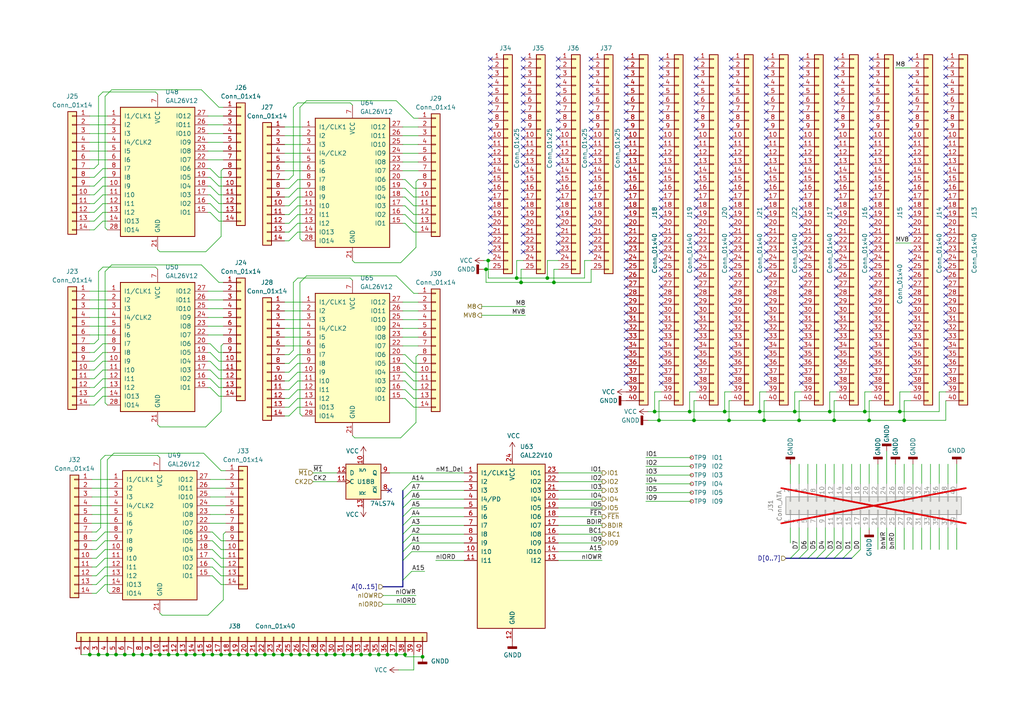
<source format=kicad_sch>
(kicad_sch (version 20230121) (generator eeschema)
  (paper "A4")
  (junction (at 210.185 119.38))
  (junction (at 56.515 189.865))
  (junction (at 26.035 189.865))
  (junction (at 69.215 189.865))
  (junction (at 48.895 189.865))
  (junction (at 53.975 189.865))
  (junction (at 102.235 189.865))
  (junction (at 59.055 189.865))
  (junction (at 211.455 121.92))
  (junction (at 260.985 119.38))
  (junction (at 241.935 121.92))
  (junction (at 191.135 121.92))
  (junction (at 84.455 189.865))
  (junction (at 36.195 189.865))
  (junction (at 86.995 189.865))
  (junction (at 122.555 190.5))
  (junction (at 107.315 189.865))
  (junction (at 104.775 189.865))
  (junction (at 99.695 189.865))
  (junction (at 71.755 189.865))
  (junction (at 262.255 121.92))
  (junction (at 240.665 119.38))
  (junction (at 231.775 121.92))
  (junction (at 149.86 80.645))
  (junction (at 43.815 189.865))
  (junction (at 74.295 189.865))
  (junction (at 220.345 119.38))
  (junction (at 109.855 189.865))
  (junction (at 61.595 189.865))
  (junction (at 252.095 121.92))
  (junction (at 81.915 189.865))
  (junction (at 141.605 75.565))
  (junction (at 250.825 119.38))
  (junction (at 79.375 189.865))
  (junction (at 76.835 189.865))
  (junction (at 94.615 189.865))
  (junction (at 89.535 189.865))
  (junction (at 221.615 121.92))
  (junction (at 64.135 189.865))
  (junction (at 92.075 189.865))
  (junction (at 160.655 81.915))
  (junction (at 158.75 80.645))
  (junction (at 117.475 189.865))
  (junction (at 114.935 189.865))
  (junction (at 33.655 189.865))
  (junction (at 151.13 81.915))
  (junction (at 189.865 119.38))
  (junction (at 230.505 119.38))
  (junction (at 38.735 189.865))
  (junction (at 31.115 189.865))
  (junction (at 41.275 189.865))
  (junction (at 201.295 121.92))
  (junction (at 28.575 189.865))
  (junction (at 51.435 189.865))
  (junction (at 112.395 189.865))
  (junction (at 97.155 189.865))
  (junction (at 46.355 189.865))
  (junction (at 200.025 119.38))
  (junction (at 66.675 189.865))
  (junction (at 140.97 78.105))
  (no_connect (at 242.57 40.005))
  (no_connect (at 264.16 62.865))
  (no_connect (at 242.57 65.405))
  (no_connect (at 212.09 83.185))
  (no_connect (at 212.09 78.105))
  (no_connect (at 252.73 67.945))
  (no_connect (at 171.45 65.405))
  (no_connect (at 222.25 70.485))
  (no_connect (at 201.93 88.265))
  (no_connect (at 264.16 65.405))
  (no_connect (at 264.16 83.185))
  (no_connect (at 181.61 42.545))
  (no_connect (at 181.61 103.505))
  (no_connect (at 171.45 50.165))
  (no_connect (at 232.41 83.185))
  (no_connect (at 274.32 111.125))
  (no_connect (at 191.77 52.705))
  (no_connect (at 222.25 37.465))
  (no_connect (at 201.93 85.725))
  (no_connect (at 232.41 37.465))
  (no_connect (at 142.24 65.405))
  (no_connect (at 201.93 24.765))
  (no_connect (at 274.32 65.405))
  (no_connect (at 252.73 108.585))
  (no_connect (at 274.32 98.425))
  (no_connect (at 242.57 57.785))
  (no_connect (at 264.16 98.425))
  (no_connect (at 212.09 27.305))
  (no_connect (at 212.09 98.425))
  (no_connect (at 201.93 67.945))
  (no_connect (at 161.925 42.545))
  (no_connect (at 264.16 78.105))
  (no_connect (at 274.32 22.225))
  (no_connect (at 232.41 19.685))
  (no_connect (at 191.77 45.085))
  (no_connect (at 222.25 19.685))
  (no_connect (at 191.77 22.225))
  (no_connect (at 191.77 42.545))
  (no_connect (at 142.24 57.785))
  (no_connect (at 252.73 27.305))
  (no_connect (at 232.41 108.585))
  (no_connect (at 242.57 100.965))
  (no_connect (at 242.57 42.545))
  (no_connect (at 232.41 60.325))
  (no_connect (at 142.24 40.005))
  (no_connect (at 232.41 103.505))
  (no_connect (at 232.41 32.385))
  (no_connect (at 232.41 65.405))
  (no_connect (at 212.09 22.225))
  (no_connect (at 264.16 85.725))
  (no_connect (at 161.925 50.165))
  (no_connect (at 191.77 111.125))
  (no_connect (at 242.57 27.305))
  (no_connect (at 191.77 75.565))
  (no_connect (at 264.16 80.645))
  (no_connect (at 252.73 19.685))
  (no_connect (at 264.16 52.705))
  (no_connect (at 181.61 65.405))
  (no_connect (at 191.77 70.485))
  (no_connect (at 201.93 106.045))
  (no_connect (at 201.93 27.305))
  (no_connect (at 222.25 65.405))
  (no_connect (at 222.25 85.725))
  (no_connect (at 232.41 52.705))
  (no_connect (at 181.61 62.865))
  (no_connect (at 151.765 42.545))
  (no_connect (at 171.45 47.625))
  (no_connect (at 171.45 17.145))
  (no_connect (at 252.73 83.185))
  (no_connect (at 274.32 17.145))
  (no_connect (at 252.73 29.845))
  (no_connect (at 142.24 50.165))
  (no_connect (at 274.32 100.965))
  (no_connect (at 242.57 47.625))
  (no_connect (at 142.24 60.325))
  (no_connect (at 151.765 70.485))
  (no_connect (at 212.09 34.925))
  (no_connect (at 191.77 73.025))
  (no_connect (at 161.925 60.325))
  (no_connect (at 201.93 103.505))
  (no_connect (at 222.25 108.585))
  (no_connect (at 212.09 95.885))
  (no_connect (at 151.765 55.245))
  (no_connect (at 161.925 17.145))
  (no_connect (at 252.73 40.005))
  (no_connect (at 212.09 106.045))
  (no_connect (at 222.25 60.325))
  (no_connect (at 212.09 60.325))
  (no_connect (at 161.925 19.685))
  (no_connect (at 232.41 42.545))
  (no_connect (at 264.16 75.565))
  (no_connect (at 142.24 32.385))
  (no_connect (at 252.73 55.245))
  (no_connect (at 201.93 29.845))
  (no_connect (at 264.16 17.145))
  (no_connect (at 201.93 83.185))
  (no_connect (at 212.09 24.765))
  (no_connect (at 232.41 27.305))
  (no_connect (at 142.24 42.545))
  (no_connect (at 151.765 22.225))
  (no_connect (at 232.41 93.345))
  (no_connect (at 201.93 111.125))
  (no_connect (at 274.32 55.245))
  (no_connect (at 201.93 95.885))
  (no_connect (at 232.41 55.245))
  (no_connect (at 264.16 24.765))
  (no_connect (at 181.61 50.165))
  (no_connect (at 212.09 103.505))
  (no_connect (at 151.765 57.785))
  (no_connect (at 232.41 67.945))
  (no_connect (at 181.61 32.385))
  (no_connect (at 212.09 75.565))
  (no_connect (at 212.09 17.145))
  (no_connect (at 242.57 88.265))
  (no_connect (at 264.16 37.465))
  (no_connect (at 212.09 111.125))
  (no_connect (at 264.16 111.125))
  (no_connect (at 171.45 22.225))
  (no_connect (at 252.73 95.885))
  (no_connect (at 252.73 98.425))
  (no_connect (at 142.24 62.865))
  (no_connect (at 212.09 42.545))
  (no_connect (at 171.45 62.865))
  (no_connect (at 171.45 32.385))
  (no_connect (at 274.32 50.165))
  (no_connect (at 191.77 40.005))
  (no_connect (at 181.61 27.305))
  (no_connect (at 274.32 90.805))
  (no_connect (at 191.77 108.585))
  (no_connect (at 151.765 52.705))
  (no_connect (at 181.61 98.425))
  (no_connect (at 274.32 40.005))
  (no_connect (at 181.61 37.465))
  (no_connect (at 264.16 67.945))
  (no_connect (at 274.32 37.465))
  (no_connect (at 274.32 29.845))
  (no_connect (at 212.09 37.465))
  (no_connect (at 242.57 98.425))
  (no_connect (at 151.765 60.325))
  (no_connect (at 142.24 22.225))
  (no_connect (at 201.93 52.705))
  (no_connect (at 142.24 52.705))
  (no_connect (at 232.41 106.045))
  (no_connect (at 171.45 34.925))
  (no_connect (at 242.57 34.925))
  (no_connect (at 191.77 50.165))
  (no_connect (at 171.45 37.465))
  (no_connect (at 191.77 24.765))
  (no_connect (at 201.93 34.925))
  (no_connect (at 274.32 70.485))
  (no_connect (at 212.09 19.685))
  (no_connect (at 232.41 45.085))
  (no_connect (at 171.45 70.485))
  (no_connect (at 264.16 93.345))
  (no_connect (at 181.61 60.325))
  (no_connect (at 252.73 37.465))
  (no_connect (at 191.77 27.305))
  (no_connect (at 161.925 62.865))
  (no_connect (at 264.16 60.325))
  (no_connect (at 264.16 95.885))
  (no_connect (at 161.925 73.025))
  (no_connect (at 201.93 17.145))
  (no_connect (at 212.09 55.245))
  (no_connect (at 201.93 45.085))
  (no_connect (at 222.25 100.965))
  (no_connect (at 181.61 106.045))
  (no_connect (at 242.57 17.145))
  (no_connect (at 201.93 22.225))
  (no_connect (at 212.09 50.165))
  (no_connect (at 191.77 47.625))
  (no_connect (at 181.61 73.025))
  (no_connect (at 161.925 22.225))
  (no_connect (at 222.25 32.385))
  (no_connect (at 242.57 50.165))
  (no_connect (at 171.45 60.325))
  (no_connect (at 142.24 24.765))
  (no_connect (at 222.25 83.185))
  (no_connect (at 181.61 19.685))
  (no_connect (at 151.765 37.465))
  (no_connect (at 201.93 37.465))
  (no_connect (at 212.09 93.345))
  (no_connect (at 212.09 90.805))
  (no_connect (at 274.32 78.105))
  (no_connect (at 212.09 80.645))
  (no_connect (at 242.57 93.345))
  (no_connect (at 181.61 88.265))
  (no_connect (at 171.45 24.765))
  (no_connect (at 201.93 98.425))
  (no_connect (at 191.77 93.345))
  (no_connect (at 171.45 67.945))
  (no_connect (at 181.61 111.125))
  (no_connect (at 161.925 27.305))
  (no_connect (at 161.925 29.845))
  (no_connect (at 232.41 62.865))
  (no_connect (at 201.93 32.385))
  (no_connect (at 274.32 106.045))
  (no_connect (at 232.41 57.785))
  (no_connect (at 274.32 103.505))
  (no_connect (at 264.16 47.625))
  (no_connect (at 242.57 111.125))
  (no_connect (at 222.25 106.045))
  (no_connect (at 242.57 67.945))
  (no_connect (at 242.57 29.845))
  (no_connect (at 264.16 88.265))
  (no_connect (at 222.25 73.025))
  (no_connect (at 201.93 19.685))
  (no_connect (at 242.57 37.465))
  (no_connect (at 222.25 93.345))
  (no_connect (at 201.93 75.565))
  (no_connect (at 232.41 73.025))
  (no_connect (at 264.16 90.805))
  (no_connect (at 191.77 57.785))
  (no_connect (at 212.09 32.385))
  (no_connect (at 212.09 67.945))
  (no_connect (at 242.57 75.565))
  (no_connect (at 264.16 32.385))
  (no_connect (at 242.57 32.385))
  (no_connect (at 212.09 108.585))
  (no_connect (at 222.25 45.085))
  (no_connect (at 181.61 45.085))
  (no_connect (at 232.41 50.165))
  (no_connect (at 212.09 57.785))
  (no_connect (at 274.32 88.265))
  (no_connect (at 151.765 34.925))
  (no_connect (at 274.32 24.765))
  (no_connect (at 274.32 73.025))
  (no_connect (at 222.25 111.125))
  (no_connect (at 264.16 45.085))
  (no_connect (at 142.24 67.945))
  (no_connect (at 142.24 45.085))
  (no_connect (at 274.32 93.345))
  (no_connect (at 242.57 52.705))
  (no_connect (at 274.32 45.085))
  (no_connect (at 242.57 83.185))
  (no_connect (at 201.93 70.485))
  (no_connect (at 201.93 93.345))
  (no_connect (at 201.93 47.625))
  (no_connect (at 171.45 40.005))
  (no_connect (at 222.25 47.625))
  (no_connect (at 252.73 52.705))
  (no_connect (at 242.57 103.505))
  (no_connect (at 161.925 52.705))
  (no_connect (at 191.77 95.885))
  (no_connect (at 222.25 22.225))
  (no_connect (at 191.77 90.805))
  (no_connect (at 151.765 45.085))
  (no_connect (at 201.93 42.545))
  (no_connect (at 274.32 95.885))
  (no_connect (at 181.61 17.145))
  (no_connect (at 242.57 95.885))
  (no_connect (at 252.73 88.265))
  (no_connect (at 181.61 80.645))
  (no_connect (at 161.925 34.925))
  (no_connect (at 222.25 40.005))
  (no_connect (at 142.24 27.305))
  (no_connect (at 252.73 32.385))
  (no_connect (at 222.25 55.245))
  (no_connect (at 252.73 42.545))
  (no_connect (at 181.61 29.845))
  (no_connect (at 222.25 67.945))
  (no_connect (at 151.765 17.145))
  (no_connect (at 252.73 62.865))
  (no_connect (at 274.32 80.645))
  (no_connect (at 151.765 47.625))
  (no_connect (at 181.61 57.785))
  (no_connect (at 222.25 29.845))
  (no_connect (at 191.77 55.245))
  (no_connect (at 222.25 62.865))
  (no_connect (at 191.77 88.265))
  (no_connect (at 212.09 29.845))
  (no_connect (at 201.93 62.865))
  (no_connect (at 252.73 85.725))
  (no_connect (at 242.57 108.585))
  (no_connect (at 181.61 47.625))
  (no_connect (at 142.24 37.465))
  (no_connect (at 191.77 37.465))
  (no_connect (at 191.77 19.685))
  (no_connect (at 151.765 50.165))
  (no_connect (at 222.25 42.545))
  (no_connect (at 181.61 100.965))
  (no_connect (at 191.77 83.185))
  (no_connect (at 274.32 108.585))
  (no_connect (at 201.93 80.645))
  (no_connect (at 252.73 60.325))
  (no_connect (at 171.45 29.845))
  (no_connect (at 191.77 103.505))
  (no_connect (at 232.41 29.845))
  (no_connect (at 274.32 32.385))
  (no_connect (at 181.61 75.565))
  (no_connect (at 252.73 80.645))
  (no_connect (at 264.16 100.965))
  (no_connect (at 264.16 50.165))
  (no_connect (at 191.77 80.645))
  (no_connect (at 274.32 34.925))
  (no_connect (at 191.77 98.425))
  (no_connect (at 242.57 55.245))
  (no_connect (at 242.57 22.225))
  (no_connect (at 222.25 88.265))
  (no_connect (at 191.77 65.405))
  (no_connect (at 252.73 75.565))
  (no_connect (at 242.57 106.045))
  (no_connect (at 201.93 100.965))
  (no_connect (at 274.32 83.185))
  (no_connect (at 151.765 65.405))
  (no_connect (at 181.61 85.725))
  (no_connect (at 181.61 93.345))
  (no_connect (at 181.61 55.245))
  (no_connect (at 242.57 78.105))
  (no_connect (at 252.73 22.225))
  (no_connect (at 232.41 17.145))
  (no_connect (at 191.77 67.945))
  (no_connect (at 242.57 24.765))
  (no_connect (at 161.925 65.405))
  (no_connect (at 252.73 70.485))
  (no_connect (at 252.73 73.025))
  (no_connect (at 232.41 34.925))
  (no_connect (at 222.25 57.785))
  (no_connect (at 181.61 95.885))
  (no_connect (at 212.09 45.085))
  (no_connect (at 274.32 67.945))
  (no_connect (at 232.41 75.565))
  (no_connect (at 191.77 106.045))
  (no_connect (at 212.09 100.965))
  (no_connect (at 181.61 83.185))
  (no_connect (at 151.765 67.945))
  (no_connect (at 201.93 73.025))
  (no_connect (at 181.61 22.225))
  (no_connect (at 252.73 106.045))
  (no_connect (at 181.61 24.765))
  (no_connect (at 232.41 95.885))
  (no_connect (at 201.93 55.245))
  (no_connect (at 222.25 98.425))
  (no_connect (at 274.32 85.725))
  (no_connect (at 161.925 70.485))
  (no_connect (at 151.765 62.865))
  (no_connect (at 161.925 37.465))
  (no_connect (at 151.765 29.845))
  (no_connect (at 161.925 67.945))
  (no_connect (at 212.09 85.725))
  (no_connect (at 142.24 34.925))
  (no_connect (at 232.41 47.625))
  (no_connect (at 142.24 19.685))
  (no_connect (at 232.41 100.965))
  (no_connect (at 232.41 85.725))
  (no_connect (at 201.93 108.585))
  (no_connect (at 151.765 19.685))
  (no_connect (at 161.925 55.245))
  (no_connect (at 252.73 24.765))
  (no_connect (at 222.25 95.885))
  (no_connect (at 222.25 75.565))
  (no_connect (at 222.25 90.805))
  (no_connect (at 142.24 17.145))
  (no_connect (at 191.77 29.845))
  (no_connect (at 171.45 42.545))
  (no_connect (at 264.16 108.585))
  (no_connect (at 242.57 85.725))
  (no_connect (at 232.41 22.225))
  (no_connect (at 212.09 40.005))
  (no_connect (at 191.77 17.145))
  (no_connect (at 212.09 65.405))
  (no_connect (at 171.45 19.685))
  (no_connect (at 161.925 57.785))
  (no_connect (at 142.24 29.845))
  (no_connect (at 242.57 19.685))
  (no_connect (at 191.77 78.105))
  (no_connect (at 181.61 90.805))
  (no_connect (at 212.09 88.265))
  (no_connect (at 161.925 32.385))
  (no_connect (at 181.61 52.705))
  (no_connect (at 232.41 111.125))
  (no_connect (at 242.57 73.025))
  (no_connect (at 171.45 27.305))
  (no_connect (at 181.61 67.945))
  (no_connect (at 274.32 75.565))
  (no_connect (at 171.45 45.085))
  (no_connect (at 222.25 80.645))
  (no_connect (at 252.73 90.805))
  (no_connect (at 274.32 62.865))
  (no_connect (at 264.16 40.005))
  (no_connect (at 181.61 34.925))
  (no_connect (at 242.57 90.805))
  (no_connect (at 242.57 62.865))
  (no_connect (at 252.73 100.965))
  (no_connect (at 264.16 73.025))
  (no_connect (at 142.24 55.245))
  (no_connect (at 252.73 34.925))
  (no_connect (at 242.57 45.085))
  (no_connect (at 232.41 98.425))
  (no_connect (at 274.32 47.625))
  (no_connect (at 191.77 60.325))
  (no_connect (at 212.09 47.625))
  (no_connect (at 264.16 29.845))
  (no_connect (at 142.24 73.025))
  (no_connect (at 274.32 27.305))
  (no_connect (at 191.77 62.865))
  (no_connect (at 252.73 57.785))
  (no_connect (at 252.73 47.625))
  (no_connect (at 201.93 90.805))
  (no_connect (at 201.93 78.105))
  (no_connect (at 161.925 45.085))
  (no_connect (at 212.09 73.025))
  (no_connect (at 201.93 65.405))
  (no_connect (at 151.765 27.305))
  (no_connect (at 212.09 52.705))
  (no_connect (at 252.73 111.125))
  (no_connect (at 161.925 24.765))
  (no_connect (at 142.24 70.485))
  (no_connect (at 264.16 103.505))
  (no_connect (at 161.925 40.005))
  (no_connect (at 264.16 106.045))
  (no_connect (at 274.32 57.785))
  (no_connect (at 142.24 47.625))
  (no_connect (at 222.25 52.705))
  (no_connect (at 201.93 40.005))
  (no_connect (at 181.61 78.105))
  (no_connect (at 264.16 34.925))
  (no_connect (at 232.41 70.485))
  (no_connect (at 181.61 108.585))
  (no_connect (at 222.25 34.925))
  (no_connect (at 191.77 85.725))
  (no_connect (at 171.45 55.245))
  (no_connect (at 151.765 40.005))
  (no_connect (at 212.09 62.865))
  (no_connect (at 274.32 19.685))
  (no_connect (at 222.25 24.765))
  (no_connect (at 242.57 60.325))
  (no_connect (at 212.09 70.485))
  (no_connect (at 201.93 50.165))
  (no_connect (at 274.32 42.545))
  (no_connect (at 274.32 60.325))
  (no_connect (at 264.16 55.245))
  (no_connect (at 252.73 50.165))
  (no_connect (at 191.77 32.385))
  (no_connect (at 151.765 32.385))
  (no_connect (at 252.73 93.345))
  (no_connect (at 151.765 24.765))
  (no_connect (at 242.57 80.645))
  (no_connect (at 181.61 70.485))
  (no_connect (at 222.25 78.105))
  (no_connect (at 232.41 88.265))
  (no_connect (at 171.45 52.705))
  (no_connect (at 232.41 40.005))
  (no_connect (at 191.77 100.965))
  (no_connect (at 113.03 142.24))
  (no_connect (at 201.93 60.325))
  (no_connect (at 171.45 73.025))
  (no_connect (at 222.25 50.165))
  (no_connect (at 252.73 78.105))
  (no_connect (at 151.765 73.025))
  (no_connect (at 252.73 103.505))
  (no_connect (at 264.16 57.785))
  (no_connect (at 232.41 90.805))
  (no_connect (at 161.925 47.625))
  (no_connect (at 191.77 34.925))
  (no_connect (at 232.41 80.645))
  (no_connect (at 232.41 78.105))
  (no_connect (at 264.16 42.545))
  (no_connect (at 171.45 57.785))
  (no_connect (at 274.32 52.705))
  (no_connect (at 181.61 40.005))
  (no_connect (at 252.73 17.145))
  (no_connect (at 264.16 22.225))
  (no_connect (at 252.73 65.405))
  (no_connect (at 264.16 27.305))
  (no_connect (at 201.93 57.785))
  (no_connect (at 252.73 45.085))
  (no_connect (at 222.25 17.145))
  (no_connect (at 222.25 27.305))
  (no_connect (at 222.25 103.505))
  (no_connect (at 232.41 24.765))
  (no_connect (at 242.57 70.485))
  (bus_entry (at 241.935 161.925) (size 2.54 -2.54))
  (bus_entry (at 119.38 157.48) (size -2.54 2.54))
  (bus_entry (at 119.38 139.7) (size -2.54 2.54))
  (bus_entry (at 119.38 154.94) (size -2.54 2.54))
  (bus_entry (at 119.38 160.02) (size -2.54 2.54))
  (bus_entry (at 119.38 165.735) (size -2.54 2.54))
  (bus_entry (at 229.235 161.925) (size 2.54 -2.54))
  (bus_entry (at 119.38 144.78) (size -2.54 2.54))
  (bus_entry (at 236.855 161.925) (size 2.54 -2.54))
  (bus_entry (at 247.015 161.925) (size 2.54 -2.54))
  (bus_entry (at 119.38 149.86) (size -2.54 2.54))
  (bus_entry (at 119.38 152.4) (size -2.54 2.54))
  (bus_entry (at 234.315 161.925) (size 2.54 -2.54))
  (bus_entry (at 119.38 147.32) (size -2.54 2.54))
  (bus_entry (at 119.38 142.24) (size -2.54 2.54))
  (bus_entry (at 239.395 161.925) (size 2.54 -2.54))
  (bus_entry (at 231.775 161.925) (size 2.54 -2.54))
  (bus_entry (at 244.475 161.925) (size 2.54 -2.54))
  (wire (pts (xy 45.085 77.47) (xy 45.72 78.105)))
  (wire (pts (xy 29.845 112.395) (xy 31.115 112.395)))
  (wire (pts (xy 26.035 64.135) (xy 27.305 64.135)))
  (wire (pts (xy 31.115 133.35) (xy 33.02 131.445)))
  (wire (pts (xy 82.55 118.11) (xy 83.82 118.11)))
  (wire (pts (xy 83.82 115.57) (xy 86.36 113.03)))
  (wire (pts (xy 26.035 89.535) (xy 31.115 89.535)))
  (wire (pts (xy 26.035 92.075) (xy 31.115 92.075)))
  (wire (pts (xy 82.55 115.57) (xy 83.82 115.57)))
  (wire (pts (xy 82.55 67.31) (xy 83.82 67.31)))
  (wire (pts (xy 27.305 53.975) (xy 29.845 51.435)))
  (wire (pts (xy 232.41 116.205) (xy 231.775 116.205)))
  (wire (pts (xy 114.935 189.865) (xy 117.475 189.865)))
  (wire (pts (xy 272.415 140.335) (xy 272.415 134.62)))
  (wire (pts (xy 141.605 75.565) (xy 141.605 80.645)))
  (wire (pts (xy 161.925 162.56) (xy 174.625 162.56)))
  (wire (pts (xy 64.135 159.385) (xy 65.405 159.385)))
  (wire (pts (xy 231.775 116.205) (xy 231.775 121.92)))
  (wire (pts (xy 241.935 116.205) (xy 241.935 121.92)))
  (wire (pts (xy 244.475 159.385) (xy 244.475 153.035)))
  (wire (pts (xy 120.015 34.29) (xy 121.285 34.29)))
  (wire (pts (xy 115.57 194.31) (xy 120.015 194.31)))
  (wire (pts (xy 63.5 112.395) (xy 64.77 112.395)))
  (wire (pts (xy 120.015 59.69) (xy 117.475 57.15)))
  (wire (pts (xy 27.94 161.925) (xy 30.48 159.385)))
  (wire (pts (xy 262.255 159.385) (xy 262.255 153.035)))
  (wire (pts (xy 26.67 149.225) (xy 31.75 149.225)))
  (wire (pts (xy 26.67 139.065) (xy 31.75 139.065)))
  (wire (pts (xy 82.55 100.33) (xy 87.63 100.33)))
  (wire (pts (xy 26.035 102.235) (xy 27.305 102.235)))
  (wire (pts (xy 211.455 121.92) (xy 201.295 121.92)))
  (wire (pts (xy 86.36 80.645) (xy 101.6 80.645)))
  (wire (pts (xy 82.55 69.85) (xy 83.82 69.85)))
  (wire (pts (xy 26.035 109.855) (xy 27.305 109.855)))
  (wire (pts (xy 200.025 119.38) (xy 210.185 119.38)))
  (wire (pts (xy 230.505 113.665) (xy 230.505 119.38)))
  (wire (pts (xy 31.75 172.085) (xy 31.115 171.45)))
  (wire (pts (xy 82.55 54.61) (xy 83.82 54.61)))
  (wire (pts (xy 29.845 48.895) (xy 31.115 48.895)))
  (wire (pts (xy 274.32 116.205) (xy 274.32 121.92)))
  (wire (pts (xy 82.55 57.15) (xy 83.82 57.15)))
  (wire (pts (xy 161.925 154.94) (xy 174.625 154.94)))
  (wire (pts (xy 45.085 26.67) (xy 45.72 27.305)))
  (wire (pts (xy 63.5 61.595) (xy 60.96 59.055)))
  (wire (pts (xy 161.925 75.565) (xy 158.75 75.565)))
  (wire (pts (xy 86.36 102.87) (xy 87.63 102.87)))
  (wire (pts (xy 64.77 154.94) (xy 64.77 173.99)))
  (wire (pts (xy 26.67 141.605) (xy 31.75 141.605)))
  (wire (pts (xy 27.305 99.695) (xy 28.575 98.425)))
  (wire (pts (xy 120.015 57.15) (xy 117.475 54.61)))
  (wire (pts (xy 30.48 78.74) (xy 32.385 76.835)))
  (wire (pts (xy 212.09 113.665) (xy 210.185 113.665)))
  (wire (pts (xy 169.545 75.565) (xy 171.45 75.565)))
  (wire (pts (xy 120.015 118.11) (xy 121.285 118.11)))
  (wire (pts (xy 26.67 159.385) (xy 27.94 159.385)))
  (wire (pts (xy 267.335 140.335) (xy 267.335 134.62)))
  (wire (pts (xy 60.325 109.855) (xy 60.96 109.855)))
  (wire (pts (xy 259.715 70.485) (xy 264.16 70.485)))
  (wire (pts (xy 30.48 66.04) (xy 30.48 27.94)))
  (wire (pts (xy 120.015 118.11) (xy 117.475 115.57)))
  (bus (pts (xy 116.84 147.32) (xy 116.84 149.86)))
  (wire (pts (xy 120.015 105.41) (xy 117.475 102.87)))
  (wire (pts (xy 82.55 120.65) (xy 83.82 120.65)))
  (wire (pts (xy 64.135 136.525) (xy 65.405 136.525)))
  (wire (pts (xy 60.325 92.075) (xy 64.77 92.075)))
  (wire (pts (xy 116.205 76.2) (xy 120.65 71.755)))
  (wire (pts (xy 269.875 140.335) (xy 269.875 134.62)))
  (wire (pts (xy 104.775 189.865) (xy 107.315 189.865)))
  (wire (pts (xy 26.035 99.695) (xy 27.305 99.695)))
  (wire (pts (xy 60.325 36.195) (xy 64.77 36.195)))
  (wire (pts (xy 29.845 26.67) (xy 45.085 26.67)))
  (wire (pts (xy 86.36 67.31) (xy 87.63 67.31)))
  (wire (pts (xy 63.5 104.775) (xy 64.77 104.775)))
  (wire (pts (xy 26.67 151.765) (xy 31.75 151.765)))
  (bus (pts (xy 116.84 168.275) (xy 116.84 170.18)))
  (wire (pts (xy 30.48 116.84) (xy 30.48 78.74)))
  (wire (pts (xy 191.77 113.665) (xy 189.865 113.665)))
  (wire (pts (xy 56.515 189.865) (xy 59.055 189.865)))
  (wire (pts (xy 63.5 112.395) (xy 60.96 109.855)))
  (wire (pts (xy 187.325 135.255) (xy 200.66 135.255)))
  (wire (pts (xy 26.67 172.085) (xy 27.94 172.085)))
  (wire (pts (xy 29.845 51.435) (xy 31.115 51.435)))
  (wire (pts (xy 264.16 113.665) (xy 260.985 113.665)))
  (wire (pts (xy 161.925 147.32) (xy 174.625 147.32)))
  (wire (pts (xy 43.815 189.865) (xy 46.355 189.865)))
  (wire (pts (xy 30.48 159.385) (xy 31.75 159.385)))
  (wire (pts (xy 83.82 52.07) (xy 85.09 50.8)))
  (wire (pts (xy 139.7 88.9) (xy 152.4 88.9)))
  (wire (pts (xy 254.635 159.385) (xy 254.635 153.035)))
  (wire (pts (xy 116.84 49.53) (xy 121.285 49.53)))
  (wire (pts (xy 252.095 153.67) (xy 252.095 153.035)))
  (wire (pts (xy 86.36 64.77) (xy 87.63 64.77)))
  (wire (pts (xy 60.325 48.895) (xy 60.96 48.895)))
  (wire (pts (xy 82.55 87.63) (xy 87.63 87.63)))
  (wire (pts (xy 272.415 159.385) (xy 272.415 153.035)))
  (wire (pts (xy 141.605 75.565) (xy 142.24 75.565)))
  (wire (pts (xy 26.67 161.925) (xy 27.94 161.925)))
  (wire (pts (xy 254.635 140.335) (xy 254.635 134.62)))
  (wire (pts (xy 120.015 110.49) (xy 117.475 107.95)))
  (wire (pts (xy 64.135 100.33) (xy 64.135 119.38)))
  (wire (pts (xy 112.395 189.865) (xy 114.935 189.865)))
  (wire (pts (xy 63.5 102.235) (xy 60.96 99.695)))
  (wire (pts (xy 82.55 59.69) (xy 83.82 59.69)))
  (wire (pts (xy 69.215 189.865) (xy 71.755 189.865)))
  (wire (pts (xy 27.94 164.465) (xy 30.48 161.925)))
  (wire (pts (xy 33.02 131.445) (xy 59.055 131.445)))
  (wire (pts (xy 86.36 118.11) (xy 87.63 118.11)))
  (wire (pts (xy 116.84 64.77) (xy 117.475 64.77)))
  (wire (pts (xy 116.84 46.99) (xy 121.285 46.99)))
  (wire (pts (xy 161.925 152.4) (xy 174.625 152.4)))
  (wire (pts (xy 111.125 175.26) (xy 120.65 175.26)))
  (wire (pts (xy 151.13 81.915) (xy 140.97 81.915)))
  (wire (pts (xy 222.25 116.205) (xy 221.615 116.205)))
  (wire (pts (xy 31.115 117.475) (xy 30.48 116.84)))
  (wire (pts (xy 26.67 144.145) (xy 31.75 144.145)))
  (wire (pts (xy 60.96 164.465) (xy 61.595 164.465)))
  (wire (pts (xy 26.035 94.615) (xy 31.115 94.615)))
  (wire (pts (xy 116.84 36.83) (xy 121.285 36.83)))
  (wire (pts (xy 64.135 161.925) (xy 65.405 161.925)))
  (wire (pts (xy 63.5 107.315) (xy 64.77 107.315)))
  (wire (pts (xy 161.925 142.24) (xy 174.625 142.24)))
  (wire (pts (xy 169.545 80.645) (xy 169.545 75.565)))
  (wire (pts (xy 187.325 142.875) (xy 200.66 142.875)))
  (wire (pts (xy 274.955 159.385) (xy 274.955 153.035)))
  (wire (pts (xy 29.845 56.515) (xy 31.115 56.515)))
  (wire (pts (xy 63.5 114.935) (xy 64.77 114.935)))
  (wire (pts (xy 59.69 73.025) (xy 64.135 68.58)))
  (wire (pts (xy 60.96 151.765) (xy 65.405 151.765)))
  (wire (pts (xy 249.555 140.335) (xy 249.555 134.62)))
  (wire (pts (xy 23.495 189.865) (xy 26.035 189.865)))
  (wire (pts (xy 201.93 113.665) (xy 200.025 113.665)))
  (wire (pts (xy 63.5 64.135) (xy 60.96 61.595)))
  (wire (pts (xy 26.67 154.305) (xy 27.94 154.305)))
  (wire (pts (xy 26.035 43.815) (xy 31.115 43.815)))
  (wire (pts (xy 140.97 78.105) (xy 142.24 78.105)))
  (bus (pts (xy 111.125 170.18) (xy 116.84 170.18)))
  (wire (pts (xy 119.38 152.4) (xy 134.62 152.4)))
  (wire (pts (xy 26.035 189.865) (xy 28.575 189.865)))
  (wire (pts (xy 60.96 156.845) (xy 61.595 156.845)))
  (wire (pts (xy 26.035 59.055) (xy 27.305 59.055)))
  (wire (pts (xy 242.57 113.665) (xy 240.665 113.665)))
  (wire (pts (xy 120.015 62.23) (xy 117.475 59.69)))
  (wire (pts (xy 31.115 66.675) (xy 30.48 66.04)))
  (wire (pts (xy 120.015 62.23) (xy 121.285 62.23)))
  (wire (pts (xy 83.82 120.65) (xy 86.36 118.11)))
  (wire (pts (xy 277.495 159.385) (xy 277.495 153.035)))
  (wire (pts (xy 116.84 44.45) (xy 121.285 44.45)))
  (wire (pts (xy 64.135 49.53) (xy 64.135 68.58)))
  (wire (pts (xy 82.55 92.71) (xy 87.63 92.71)))
  (wire (pts (xy 86.36 52.07) (xy 87.63 52.07)))
  (wire (pts (xy 241.935 140.335) (xy 241.935 134.62)))
  (wire (pts (xy 76.835 189.865) (xy 79.375 189.865)))
  (wire (pts (xy 82.55 107.95) (xy 83.82 107.95)))
  (wire (pts (xy 60.325 112.395) (xy 60.96 112.395)))
  (wire (pts (xy 252.095 116.205) (xy 252.095 121.92)))
  (wire (pts (xy 29.845 114.935) (xy 31.115 114.935)))
  (wire (pts (xy 120.015 67.31) (xy 117.475 64.77)))
  (wire (pts (xy 64.135 164.465) (xy 61.595 161.925)))
  (wire (pts (xy 63.5 81.915) (xy 64.77 81.915)))
  (wire (pts (xy 27.305 107.315) (xy 29.845 104.775)))
  (wire (pts (xy 187.325 140.335) (xy 200.66 140.335)))
  (wire (pts (xy 29.845 104.775) (xy 31.115 104.775)))
  (wire (pts (xy 63.5 59.055) (xy 60.96 56.515)))
  (wire (pts (xy 120.015 85.09) (xy 121.285 85.09)))
  (wire (pts (xy 120.65 52.705) (xy 120.65 71.755)))
  (wire (pts (xy 120.015 85.09) (xy 114.935 80.01)))
  (wire (pts (xy 231.775 140.335) (xy 231.775 134.62)))
  (wire (pts (xy 82.55 97.79) (xy 87.63 97.79)))
  (wire (pts (xy 63.5 31.115) (xy 64.77 31.115)))
  (wire (pts (xy 86.995 31.115) (xy 88.9 29.21)))
  (wire (pts (xy 257.175 159.385) (xy 257.175 153.035)))
  (wire (pts (xy 242.57 116.205) (xy 241.935 116.205)))
  (wire (pts (xy 60.96 161.925) (xy 61.595 161.925)))
  (bus (pts (xy 116.84 154.94) (xy 116.84 157.48)))
  (wire (pts (xy 86.995 120.015) (xy 86.995 81.915)))
  (wire (pts (xy 201.295 116.205) (xy 201.295 121.92)))
  (wire (pts (xy 277.495 140.335) (xy 277.495 134.62)))
  (wire (pts (xy 264.795 140.335) (xy 264.795 134.62)))
  (wire (pts (xy 86.995 189.865) (xy 89.535 189.865)))
  (wire (pts (xy 26.035 84.455) (xy 31.115 84.455)))
  (wire (pts (xy 29.21 153.035) (xy 29.21 133.35)))
  (wire (pts (xy 86.36 115.57) (xy 87.63 115.57)))
  (wire (pts (xy 64.77 154.94) (xy 65.405 154.305)))
  (wire (pts (xy 116.84 110.49) (xy 117.475 110.49)))
  (wire (pts (xy 116.84 54.61) (xy 117.475 54.61)))
  (wire (pts (xy 63.5 104.775) (xy 60.96 102.235)))
  (wire (pts (xy 60.96 154.305) (xy 61.595 154.305)))
  (wire (pts (xy 221.615 121.92) (xy 211.455 121.92)))
  (wire (pts (xy 26.035 53.975) (xy 27.305 53.975)))
  (wire (pts (xy 64.135 167.005) (xy 65.405 167.005)))
  (wire (pts (xy 26.035 104.775) (xy 27.305 104.775)))
  (wire (pts (xy 236.855 140.335) (xy 236.855 134.62)))
  (wire (pts (xy 120.015 107.95) (xy 121.285 107.95)))
  (wire (pts (xy 27.94 156.845) (xy 30.48 154.305)))
  (wire (pts (xy 120.015 57.15) (xy 121.285 57.15)))
  (wire (pts (xy 85.09 81.915) (xy 86.36 80.645)))
  (wire (pts (xy 82.55 113.03) (xy 83.82 113.03)))
  (wire (pts (xy 240.665 119.38) (xy 250.825 119.38)))
  (wire (pts (xy 171.45 81.915) (xy 160.655 81.915)))
  (wire (pts (xy 29.845 59.055) (xy 31.115 59.055)))
  (wire (pts (xy 82.55 46.99) (xy 87.63 46.99)))
  (wire (pts (xy 86.36 113.03) (xy 87.63 113.03)))
  (wire (pts (xy 161.925 149.86) (xy 174.625 149.86)))
  (wire (pts (xy 82.55 36.83) (xy 87.63 36.83)))
  (wire (pts (xy 187.325 137.795) (xy 200.66 137.795)))
  (wire (pts (xy 82.55 49.53) (xy 87.63 49.53)))
  (wire (pts (xy 264.795 159.385) (xy 264.795 153.035)))
  (wire (pts (xy 28.575 78.74) (xy 29.845 77.47)))
  (wire (pts (xy 120.015 34.29) (xy 114.935 29.21)))
  (wire (pts (xy 27.305 64.135) (xy 29.845 61.595)))
  (wire (pts (xy 60.96 146.685) (xy 65.405 146.685)))
  (wire (pts (xy 120.015 64.77) (xy 117.475 62.23)))
  (wire (pts (xy 102.235 126.365) (xy 102.87 127)))
  (wire (pts (xy 27.305 66.675) (xy 29.845 64.135)))
  (wire (pts (xy 86.36 110.49) (xy 87.63 110.49)))
  (wire (pts (xy 63.5 114.935) (xy 60.96 112.395)))
  (wire (pts (xy 26.67 146.685) (xy 31.75 146.685)))
  (wire (pts (xy 64.135 167.005) (xy 61.595 164.465)))
  (wire (pts (xy 201.295 121.92) (xy 191.135 121.92)))
  (wire (pts (xy 27.305 104.775) (xy 29.845 102.235)))
  (wire (pts (xy 63.5 31.115) (xy 58.42 26.035)))
  (wire (pts (xy 60.96 167.005) (xy 61.595 167.005)))
  (wire (pts (xy 27.94 159.385) (xy 30.48 156.845)))
  (wire (pts (xy 60.325 59.055) (xy 60.96 59.055)))
  (wire (pts (xy 252.73 113.665) (xy 250.825 113.665)))
  (wire (pts (xy 94.615 189.865) (xy 97.155 189.865)))
  (wire (pts (xy 46.355 123.825) (xy 59.69 123.825)))
  (bus (pts (xy 116.84 149.86) (xy 116.84 152.4)))
  (wire (pts (xy 83.82 59.69) (xy 86.36 57.15)))
  (wire (pts (xy 141.605 80.645) (xy 149.86 80.645)))
  (wire (pts (xy 60.325 104.775) (xy 60.96 104.775)))
  (wire (pts (xy 116.84 62.23) (xy 117.475 62.23)))
  (bus (pts (xy 116.84 142.24) (xy 116.84 144.78)))
  (wire (pts (xy 83.82 62.23) (xy 86.36 59.69)))
  (wire (pts (xy 200.025 113.665) (xy 200.025 119.38)))
  (wire (pts (xy 64.135 49.53) (xy 64.77 48.895)))
  (wire (pts (xy 41.275 189.865) (xy 43.815 189.865)))
  (wire (pts (xy 66.675 189.865) (xy 69.215 189.865)))
  (wire (pts (xy 60.325 61.595) (xy 60.96 61.595)))
  (wire (pts (xy 82.55 39.37) (xy 87.63 39.37)))
  (wire (pts (xy 85.09 31.115) (xy 86.36 29.845)))
  (wire (pts (xy 46.355 73.025) (xy 59.69 73.025)))
  (wire (pts (xy 82.55 110.49) (xy 83.82 110.49)))
  (wire (pts (xy 119.38 139.7) (xy 134.62 139.7)))
  (wire (pts (xy 231.775 121.92) (xy 221.615 121.92)))
  (wire (pts (xy 249.555 159.385) (xy 249.555 153.035)))
  (wire (pts (xy 27.94 167.005) (xy 30.48 164.465)))
  (wire (pts (xy 90.805 137.16) (xy 97.79 137.16)))
  (wire (pts (xy 116.84 87.63) (xy 121.285 87.63)))
  (wire (pts (xy 102.235 75.565) (xy 102.87 76.2)))
  (wire (pts (xy 60.325 89.535) (xy 64.77 89.535)))
  (wire (pts (xy 60.325 107.315) (xy 60.96 107.315)))
  (wire (pts (xy 30.48 156.845) (xy 31.75 156.845)))
  (wire (pts (xy 161.925 78.105) (xy 160.655 78.105)))
  (wire (pts (xy 120.015 115.57) (xy 117.475 113.03)))
  (wire (pts (xy 252.73 116.205) (xy 252.095 116.205)))
  (bus (pts (xy 231.775 161.925) (xy 229.235 161.925)))
  (wire (pts (xy 122.555 190.5) (xy 122.555 189.865)))
  (wire (pts (xy 82.55 52.07) (xy 83.82 52.07)))
  (wire (pts (xy 229.235 140.335) (xy 229.235 134.62)))
  (wire (pts (xy 64.135 169.545) (xy 65.405 169.545)))
  (wire (pts (xy 120.015 107.95) (xy 117.475 105.41)))
  (wire (pts (xy 83.82 102.87) (xy 85.09 101.6)))
  (wire (pts (xy 36.195 189.865) (xy 38.735 189.865)))
  (wire (pts (xy 29.845 109.855) (xy 31.115 109.855)))
  (wire (pts (xy 82.55 95.25) (xy 87.63 95.25)))
  (wire (pts (xy 160.655 78.105) (xy 160.655 81.915)))
  (bus (pts (xy 116.84 144.78) (xy 116.84 147.32)))
  (wire (pts (xy 26.035 33.655) (xy 31.115 33.655)))
  (wire (pts (xy 26.035 66.675) (xy 27.305 66.675)))
  (wire (pts (xy 29.845 77.47) (xy 45.085 77.47)))
  (wire (pts (xy 86.36 62.23) (xy 87.63 62.23)))
  (wire (pts (xy 29.845 53.975) (xy 31.115 53.975)))
  (wire (pts (xy 120.015 113.03) (xy 117.475 110.49)))
  (wire (pts (xy 83.82 69.85) (xy 86.36 67.31)))
  (wire (pts (xy 60.325 178.435) (xy 64.77 173.99)))
  (wire (pts (xy 86.995 81.915) (xy 88.9 80.01)))
  (wire (pts (xy 28.575 47.625) (xy 28.575 27.94)))
  (wire (pts (xy 88.9 80.01) (xy 114.935 80.01)))
  (wire (pts (xy 60.325 38.735) (xy 64.77 38.735)))
  (wire (pts (xy 30.48 169.545) (xy 31.75 169.545)))
  (wire (pts (xy 187.325 132.715) (xy 200.66 132.715)))
  (wire (pts (xy 250.825 113.665) (xy 250.825 119.38)))
  (wire (pts (xy 244.475 140.335) (xy 244.475 134.62)))
  (wire (pts (xy 26.035 97.155) (xy 31.115 97.155)))
  (wire (pts (xy 222.25 113.665) (xy 220.345 113.665)))
  (wire (pts (xy 27.94 154.305) (xy 29.21 153.035)))
  (wire (pts (xy 160.655 81.915) (xy 151.13 81.915)))
  (wire (pts (xy 86.36 54.61) (xy 87.63 54.61)))
  (wire (pts (xy 26.035 41.275) (xy 31.115 41.275)))
  (wire (pts (xy 116.84 57.15) (xy 117.475 57.15)))
  (wire (pts (xy 60.325 97.155) (xy 64.77 97.155)))
  (bus (pts (xy 241.935 161.925) (xy 239.395 161.925)))
  (wire (pts (xy 26.67 164.465) (xy 27.94 164.465)))
  (wire (pts (xy 220.345 113.665) (xy 220.345 119.38)))
  (wire (pts (xy 81.915 189.865) (xy 84.455 189.865)))
  (wire (pts (xy 26.67 167.005) (xy 27.94 167.005)))
  (wire (pts (xy 247.015 159.385) (xy 247.015 153.035)))
  (wire (pts (xy 63.5 59.055) (xy 64.77 59.055)))
  (wire (pts (xy 45.72 132.08) (xy 46.355 132.715)))
  (wire (pts (xy 82.55 105.41) (xy 83.82 105.41)))
  (wire (pts (xy 259.715 159.385) (xy 259.715 153.035)))
  (wire (pts (xy 31.115 189.865) (xy 33.655 189.865)))
  (wire (pts (xy 31.115 171.45) (xy 31.115 133.35)))
  (wire (pts (xy 74.295 189.865) (xy 76.835 189.865)))
  (wire (pts (xy 99.695 189.865) (xy 102.235 189.865)))
  (wire (pts (xy 27.305 114.935) (xy 29.845 112.395)))
  (wire (pts (xy 117.475 189.865) (xy 117.475 190.5)))
  (wire (pts (xy 83.82 54.61) (xy 86.36 52.07)))
  (wire (pts (xy 116.84 95.25) (xy 121.285 95.25)))
  (wire (pts (xy 116.84 107.95) (xy 117.475 107.95)))
  (wire (pts (xy 126.365 162.56) (xy 134.62 162.56)))
  (wire (pts (xy 30.48 27.94) (xy 32.385 26.035)))
  (wire (pts (xy 27.305 51.435) (xy 29.845 48.895)))
  (wire (pts (xy 63.5 51.435) (xy 60.96 48.895)))
  (wire (pts (xy 60.325 41.275) (xy 64.77 41.275)))
  (wire (pts (xy 59.69 123.825) (xy 64.135 119.38)))
  (wire (pts (xy 51.435 189.865) (xy 53.975 189.865)))
  (wire (pts (xy 46.355 189.865) (xy 48.895 189.865)))
  (wire (pts (xy 260.985 119.38) (xy 272.415 119.38)))
  (wire (pts (xy 151.765 78.105) (xy 151.13 78.105)))
  (wire (pts (xy 101.6 29.845) (xy 102.235 30.48)))
  (wire (pts (xy 60.325 94.615) (xy 64.77 94.615)))
  (wire (pts (xy 140.335 75.565) (xy 141.605 75.565)))
  (wire (pts (xy 119.38 144.78) (xy 134.62 144.78)))
  (wire (pts (xy 64.135 161.925) (xy 61.595 159.385)))
  (wire (pts (xy 151.765 75.565) (xy 149.86 75.565)))
  (wire (pts (xy 63.5 81.915) (xy 58.42 76.835)))
  (wire (pts (xy 29.845 102.235) (xy 31.115 102.235)))
  (wire (pts (xy 116.205 127) (xy 120.65 122.555)))
  (wire (pts (xy 30.48 154.305) (xy 31.75 154.305)))
  (wire (pts (xy 116.84 52.07) (xy 117.475 52.07)))
  (wire (pts (xy 241.935 121.92) (xy 231.775 121.92)))
  (wire (pts (xy 29.845 64.135) (xy 31.115 64.135)))
  (wire (pts (xy 60.325 102.235) (xy 60.96 102.235)))
  (wire (pts (xy 63.5 64.135) (xy 64.77 64.135)))
  (wire (pts (xy 86.36 57.15) (xy 87.63 57.15)))
  (wire (pts (xy 250.825 119.38) (xy 260.985 119.38)))
  (wire (pts (xy 27.305 48.895) (xy 28.575 47.625)))
  (wire (pts (xy 63.5 56.515) (xy 60.96 53.975)))
  (wire (pts (xy 63.5 61.595) (xy 64.77 61.595)))
  (wire (pts (xy 83.82 105.41) (xy 86.36 102.87)))
  (wire (pts (xy 240.665 113.665) (xy 240.665 119.38)))
  (wire (pts (xy 48.895 189.865) (xy 51.435 189.865)))
  (wire (pts (xy 32.385 76.835) (xy 58.42 76.835)))
  (wire (pts (xy 26.035 56.515) (xy 27.305 56.515)))
  (wire (pts (xy 86.995 69.215) (xy 86.995 31.115)))
  (wire (pts (xy 38.735 189.865) (xy 41.275 189.865)))
  (wire (pts (xy 26.035 117.475) (xy 27.305 117.475)))
  (wire (pts (xy 92.075 189.865) (xy 94.615 189.865)))
  (wire (pts (xy 139.7 91.44) (xy 152.4 91.44)))
  (wire (pts (xy 82.55 102.87) (xy 83.82 102.87)))
  (wire (pts (xy 30.48 161.925) (xy 31.75 161.925)))
  (wire (pts (xy 79.375 189.865) (xy 81.915 189.865)))
  (wire (pts (xy 26.67 169.545) (xy 27.94 169.545)))
  (wire (pts (xy 82.55 64.77) (xy 83.82 64.77)))
  (wire (pts (xy 262.255 116.205) (xy 262.255 121.92)))
  (wire (pts (xy 83.82 107.95) (xy 86.36 105.41)))
  (wire (pts (xy 27.305 59.055) (xy 29.845 56.515)))
  (wire (pts (xy 84.455 189.865) (xy 86.995 189.865)))
  (wire (pts (xy 60.325 53.975) (xy 60.96 53.975)))
  (wire (pts (xy 102.87 76.2) (xy 116.205 76.2)))
  (bus (pts (xy 244.475 161.925) (xy 241.935 161.925)))
  (wire (pts (xy 83.82 118.11) (xy 86.36 115.57)))
  (wire (pts (xy 239.395 140.335) (xy 239.395 134.62)))
  (wire (pts (xy 29.845 99.695) (xy 31.115 99.695)))
  (wire (pts (xy 60.325 99.695) (xy 60.96 99.695)))
  (wire (pts (xy 26.035 107.315) (xy 27.305 107.315)))
  (wire (pts (xy 26.035 112.395) (xy 27.305 112.395)))
  (wire (pts (xy 140.97 81.915) (xy 140.97 78.105)))
  (wire (pts (xy 241.935 159.385) (xy 241.935 153.035)))
  (wire (pts (xy 119.38 147.32) (xy 134.62 147.32)))
  (wire (pts (xy 201.93 116.205) (xy 201.295 116.205)))
  (wire (pts (xy 63.5 102.235) (xy 64.77 102.235)))
  (wire (pts (xy 191.135 116.205) (xy 191.135 121.92)))
  (wire (pts (xy 29.21 133.35) (xy 30.48 132.08)))
  (wire (pts (xy 120.015 113.03) (xy 121.285 113.03)))
  (wire (pts (xy 151.13 78.105) (xy 151.13 81.915)))
  (wire (pts (xy 119.38 160.02) (xy 134.62 160.02)))
  (wire (pts (xy 32.385 26.035) (xy 58.42 26.035)))
  (bus (pts (xy 116.84 160.02) (xy 116.84 162.56)))
  (wire (pts (xy 161.925 160.02) (xy 174.625 160.02)))
  (wire (pts (xy 120.015 54.61) (xy 117.475 52.07)))
  (wire (pts (xy 63.5 107.315) (xy 60.96 104.775)))
  (wire (pts (xy 28.575 189.865) (xy 31.115 189.865)))
  (wire (pts (xy 60.96 149.225) (xy 65.405 149.225)))
  (wire (pts (xy 26.67 156.845) (xy 27.94 156.845)))
  (wire (pts (xy 111.125 172.72) (xy 120.65 172.72)))
  (wire (pts (xy 229.235 157.48) (xy 229.235 153.035)))
  (wire (pts (xy 26.035 51.435) (xy 27.305 51.435)))
  (wire (pts (xy 60.325 51.435) (xy 60.96 51.435)))
  (bus (pts (xy 116.84 157.48) (xy 116.84 160.02)))
  (wire (pts (xy 119.38 142.24) (xy 134.62 142.24)))
  (wire (pts (xy 60.325 56.515) (xy 60.96 56.515)))
  (wire (pts (xy 116.84 90.17) (xy 121.285 90.17)))
  (wire (pts (xy 116.84 102.87) (xy 117.475 102.87)))
  (wire (pts (xy 231.775 159.385) (xy 231.775 153.035)))
  (wire (pts (xy 191.135 121.92) (xy 187.96 121.92)))
  (wire (pts (xy 171.45 78.105) (xy 171.45 81.915)))
  (wire (pts (xy 120.65 52.705) (xy 121.285 52.07)))
  (wire (pts (xy 45.72 72.39) (xy 46.355 73.025)))
  (wire (pts (xy 85.09 101.6) (xy 85.09 81.915)))
  (wire (pts (xy 274.955 140.335) (xy 274.955 134.62)))
  (wire (pts (xy 63.5 56.515) (xy 64.77 56.515)))
  (wire (pts (xy 27.305 102.235) (xy 29.845 99.695)))
  (wire (pts (xy 87.63 69.85) (xy 86.995 69.215)))
  (wire (pts (xy 27.305 109.855) (xy 29.845 107.315)))
  (wire (pts (xy 60.96 141.605) (xy 65.405 141.605)))
  (wire (pts (xy 63.5 53.975) (xy 60.96 51.435)))
  (wire (pts (xy 272.415 113.665) (xy 274.32 113.665)))
  (wire (pts (xy 63.5 109.855) (xy 64.77 109.855)))
  (wire (pts (xy 116.84 59.69) (xy 117.475 59.69)))
  (wire (pts (xy 232.41 113.665) (xy 230.505 113.665)))
  (wire (pts (xy 27.305 117.475) (xy 29.845 114.935)))
  (wire (pts (xy 26.035 46.355) (xy 31.115 46.355)))
  (bus (pts (xy 247.015 161.925) (xy 244.475 161.925)))
  (wire (pts (xy 60.325 46.355) (xy 64.77 46.355)))
  (wire (pts (xy 120.015 59.69) (xy 121.285 59.69)))
  (wire (pts (xy 82.55 62.23) (xy 83.82 62.23)))
  (wire (pts (xy 149.86 80.645) (xy 158.75 80.645)))
  (wire (pts (xy 272.415 119.38) (xy 272.415 113.665)))
  (wire (pts (xy 64.135 164.465) (xy 65.405 164.465)))
  (wire (pts (xy 64.135 189.865) (xy 66.675 189.865)))
  (wire (pts (xy 189.865 113.665) (xy 189.865 119.38)))
  (wire (pts (xy 102.87 127) (xy 116.205 127)))
  (wire (pts (xy 60.96 144.145) (xy 65.405 144.145)))
  (wire (pts (xy 86.36 59.69) (xy 87.63 59.69)))
  (wire (pts (xy 210.185 113.665) (xy 210.185 119.38)))
  (wire (pts (xy 120.015 64.77) (xy 121.285 64.77)))
  (wire (pts (xy 88.9 29.21) (xy 114.935 29.21)))
  (wire (pts (xy 161.925 137.16) (xy 174.625 137.16)))
  (wire (pts (xy 28.575 98.425) (xy 28.575 78.74)))
  (wire (pts (xy 89.535 189.865) (xy 92.075 189.865)))
  (wire (pts (xy 274.32 121.92) (xy 262.255 121.92)))
  (wire (pts (xy 210.185 119.38) (xy 220.345 119.38)))
  (wire (pts (xy 60.325 86.995) (xy 64.77 86.995)))
  (wire (pts (xy 64.135 169.545) (xy 61.595 167.005)))
  (wire (pts (xy 230.505 119.38) (xy 240.665 119.38)))
  (wire (pts (xy 63.5 53.975) (xy 64.77 53.975)))
  (bus (pts (xy 239.395 161.925) (xy 236.855 161.925)))
  (wire (pts (xy 119.38 154.94) (xy 134.62 154.94)))
  (wire (pts (xy 269.875 159.385) (xy 269.875 153.035)))
  (wire (pts (xy 29.845 61.595) (xy 31.115 61.595)))
  (wire (pts (xy 212.09 116.205) (xy 211.455 116.205)))
  (wire (pts (xy 60.325 33.655) (xy 64.77 33.655)))
  (wire (pts (xy 63.5 109.855) (xy 60.96 107.315)))
  (wire (pts (xy 29.845 107.315) (xy 31.115 107.315)))
  (bus (pts (xy 236.855 161.925) (xy 234.315 161.925)))
  (wire (pts (xy 116.84 97.79) (xy 121.285 97.79)))
  (wire (pts (xy 87.63 120.65) (xy 86.995 120.015)))
  (wire (pts (xy 187.325 145.415) (xy 200.66 145.415)))
  (wire (pts (xy 26.035 38.735) (xy 31.115 38.735)))
  (wire (pts (xy 83.82 110.49) (xy 86.36 107.95)))
  (wire (pts (xy 252.095 140.335) (xy 252.095 134.62)))
  (wire (pts (xy 86.36 107.95) (xy 87.63 107.95)))
  (wire (pts (xy 221.615 116.205) (xy 221.615 121.92)))
  (wire (pts (xy 161.925 139.7) (xy 174.625 139.7)))
  (wire (pts (xy 116.84 39.37) (xy 121.285 39.37)))
  (wire (pts (xy 247.015 140.335) (xy 247.015 134.62)))
  (wire (pts (xy 26.035 36.195) (xy 31.115 36.195)))
  (wire (pts (xy 119.38 165.735) (xy 123.19 165.735)))
  (wire (pts (xy 260.985 113.665) (xy 260.985 119.38)))
  (wire (pts (xy 82.55 41.91) (xy 87.63 41.91)))
  (wire (pts (xy 30.48 167.005) (xy 31.75 167.005)))
  (wire (pts (xy 26.035 48.895) (xy 27.305 48.895)))
  (wire (pts (xy 120.015 115.57) (xy 121.285 115.57)))
  (wire (pts (xy 46.355 177.8) (xy 46.99 178.435)))
  (wire (pts (xy 113.03 137.16) (xy 134.62 137.16)))
  (wire (pts (xy 120.015 67.31) (xy 121.285 67.31)))
  (wire (pts (xy 82.55 90.17) (xy 87.63 90.17)))
  (wire (pts (xy 191.77 116.205) (xy 191.135 116.205)))
  (wire (pts (xy 187.96 119.38) (xy 189.865 119.38)))
  (wire (pts (xy 86.36 105.41) (xy 87.63 105.41)))
  (wire (pts (xy 234.315 140.335) (xy 234.315 134.62)))
  (wire (pts (xy 86.36 29.845) (xy 101.6 29.845)))
  (wire (pts (xy 262.255 140.335) (xy 262.255 134.62)))
  (wire (pts (xy 140.335 78.105) (xy 140.97 78.105)))
  (wire (pts (xy 161.925 157.48) (xy 174.625 157.48)))
  (wire (pts (xy 252.095 121.92) (xy 241.935 121.92)))
  (bus (pts (xy 229.235 161.925) (xy 227.965 161.925)))
  (wire (pts (xy 158.75 75.565) (xy 158.75 80.645)))
  (wire (pts (xy 27.94 172.085) (xy 30.48 169.545)))
  (wire (pts (xy 120.65 103.505) (xy 121.285 102.87)))
  (wire (pts (xy 257.175 140.335) (xy 257.175 130.81)))
  (wire (pts (xy 26.035 61.595) (xy 27.305 61.595)))
  (wire (pts (xy 116.84 105.41) (xy 117.475 105.41)))
  (wire (pts (xy 264.16 116.205) (xy 262.255 116.205)))
  (wire (pts (xy 119.38 149.86) (xy 134.62 149.86)))
  (wire (pts (xy 149.86 75.565) (xy 149.86 80.645)))
  (wire (pts (xy 59.055 189.865) (xy 61.595 189.865)))
  (wire (pts (xy 259.715 140.335) (xy 259.715 134.62)))
  (wire (pts (xy 158.75 80.645) (xy 169.545 80.645)))
  (wire (pts (xy 26.035 114.935) (xy 27.305 114.935)))
  (wire (pts (xy 234.315 159.385) (xy 234.315 153.035)))
  (wire (pts (xy 239.395 159.385) (xy 239.395 153.035)))
  (wire (pts (xy 27.305 61.595) (xy 29.845 59.055)))
  (wire (pts (xy 82.55 44.45) (xy 87.63 44.45)))
  (wire (pts (xy 102.235 189.865) (xy 104.775 189.865)))
  (wire (pts (xy 101.6 80.645) (xy 102.235 81.28)))
  (wire (pts (xy 109.855 189.865) (xy 112.395 189.865)))
  (wire (pts (xy 60.325 84.455) (xy 64.77 84.455)))
  (wire (pts (xy 85.09 50.8) (xy 85.09 31.115)))
  (bus (pts (xy 116.84 162.56) (xy 116.84 168.275)))
  (wire (pts (xy 116.84 115.57) (xy 117.475 115.57)))
  (wire (pts (xy 83.82 64.77) (xy 86.36 62.23)))
  (wire (pts (xy 83.82 113.03) (xy 86.36 110.49)))
  (wire (pts (xy 97.155 189.865) (xy 99.695 189.865)))
  (wire (pts (xy 90.805 139.7) (xy 97.79 139.7)))
  (wire (pts (xy 120.015 110.49) (xy 121.285 110.49)))
  (wire (pts (xy 117.475 190.5) (xy 122.555 190.5)))
  (wire (pts (xy 64.135 156.845) (xy 65.405 156.845)))
  (wire (pts (xy 60.96 159.385) (xy 61.595 159.385)))
  (bus (pts (xy 116.84 152.4) (xy 116.84 154.94)))
  (wire (pts (xy 161.925 144.78) (xy 174.625 144.78)))
  (wire (pts (xy 30.48 164.465) (xy 31.75 164.465)))
  (wire (pts (xy 116.84 92.71) (xy 121.285 92.71)))
  (wire (pts (xy 64.135 136.525) (xy 59.055 131.445)))
  (wire (pts (xy 60.96 139.065) (xy 65.405 139.065)))
  (wire (pts (xy 211.455 116.205) (xy 211.455 121.92)))
  (wire (pts (xy 267.335 159.385) (xy 267.335 153.035)))
  (wire (pts (xy 27.94 169.545) (xy 30.48 167.005)))
  (wire (pts (xy 259.715 19.685) (xy 264.16 19.685)))
  (wire (pts (xy 30.48 132.08) (xy 45.72 132.08)))
  (wire (pts (xy 60.325 43.815) (xy 64.77 43.815)))
  (wire (pts (xy 26.035 86.995) (xy 31.115 86.995)))
  (wire (pts (xy 83.82 67.31) (xy 86.36 64.77)))
  (bus (pts (xy 234.315 161.925) (xy 231.775 161.925)))
  (wire (pts (xy 236.855 159.385) (xy 236.855 153.035)))
  (wire (pts (xy 64.135 100.33) (xy 64.77 99.695)))
  (wire (pts (xy 220.345 119.38) (xy 230.505 119.38)))
  (wire (pts (xy 83.82 57.15) (xy 86.36 54.61)))
  (wire (pts (xy 27.305 112.395) (xy 29.845 109.855)))
  (wire (pts (xy 120.015 105.41) (xy 121.285 105.41)))
  (wire (pts (xy 28.575 27.94) (xy 29.845 26.67)))
  (wire (pts (xy 27.305 56.515) (xy 29.845 53.975)))
  (wire (pts (xy 61.595 189.865) (xy 64.135 189.865)))
  (wire (pts (xy 107.315 189.865) (xy 109.855 189.865)))
  (wire (pts (xy 45.72 123.19) (xy 46.355 123.825)))
  (wire (pts (xy 120.015 54.61) (xy 121.285 54.61)))
  (wire (pts (xy 63.5 51.435) (xy 64.77 51.435)))
  (wire (pts (xy 116.84 113.03) (xy 117.475 113.03)))
  (wire (pts (xy 262.255 121.92) (xy 252.095 121.92)))
  (wire (pts (xy 71.755 189.865) (xy 74.295 189.865)))
  (wire (pts (xy 120.015 189.865) (xy 120.015 194.31)))
  (wire (pts (xy 189.865 119.38) (xy 200.025 119.38)))
  (wire (pts (xy 64.135 159.385) (xy 61.595 156.845)))
  (wire (pts (xy 46.99 178.435) (xy 60.325 178.435)))
  (wire (pts (xy 120.65 103.505) (xy 120.65 122.555)))
  (wire (pts (xy 116.84 100.33) (xy 121.285 100.33)))
  (wire (pts (xy 116.84 41.91) (xy 121.285 41.91)))
  (wire (pts (xy 53.975 189.865) (xy 56.515 189.865)))
  (wire (pts (xy 64.135 156.845) (xy 61.595 154.305)))
  (wire (pts (xy 119.38 157.48) (xy 134.62 157.48)))
  (wire (pts (xy 33.655 189.865) (xy 36.195 189.865)))
  (label "MV8" (at 152.4 91.44 180))
  (label "A7" (at 119.38 142.24 0))
  (label "nIORD" (at 120.65 175.26 180))
  (label "CK2" (at 90.805 139.7 0))
  (label "~{FEh}" (at 174.625 149.86 180))
  (label "D6" (at 234.315 159.385 90))
  (label "IO9" (at 187.325 145.415 0))
  (label "D3" (at 241.935 159.385 90))
  (label "IO3" (at 174.625 142.24 180))
  (label "A15" (at 123.19 165.735 180))
  (label "IO4" (at 187.325 140.335 0))
  (label "nIOWR" (at 174.625 162.56 180))
  (label "D0" (at 249.555 159.385 90))
  (label "D1" (at 247.015 159.385 90))
  (label "A1" (at 119.38 157.48 0))
  (label "A0" (at 119.38 160.02 0))
  (label "M8" (at 152.4 88.9 180))
  (label "nM1_Del" (at 126.365 137.16 0))
  (label "A6" (at 119.38 144.78 0))
  (label "A4" (at 119.38 149.86 0))
  (label "IO5" (at 174.625 147.32 180))
  (label "IO2" (at 187.325 135.255 0))
  (label "IO3" (at 187.325 137.795 0))
  (label "D4" (at 239.395 159.385 90))
  (label "nIOWR" (at 120.65 172.72 180))
  (label "A14" (at 119.38 139.7 0))
  (label "IO1" (at 187.325 132.715 0))
  (label "IO5" (at 187.325 142.875 0))
  (label "A5" (at 119.38 147.32 0))
  (label "A15" (at 174.625 160.02 180))
  (label "D7" (at 231.775 159.385 90))
  (label "M8" (at 259.715 19.685 0))
  (label "MV8" (at 259.715 70.485 0))
  (label "BC1" (at 174.625 154.94 180))
  (label "D2" (at 244.475 159.385 90))
  (label "nIORD" (at 126.365 162.56 0))
  (label "D5" (at 236.855 159.385 90))
  (label "A3" (at 119.38 152.4 0))
  (label "IO4" (at 174.625 144.78 180))
  (label "~{M1}" (at 90.805 137.16 0))
  (label "IO1" (at 174.625 137.16 180))
  (label "A2" (at 119.38 154.94 0))
  (label "IO9" (at 174.625 157.48 180))
  (label "bnWR" (at 257.175 159.385 90))
  (label "bnRD" (at 259.715 159.385 90))
  (label "IO2" (at 174.625 139.7 180))
  (label "BDIR" (at 174.625 152.4 180))
  (hierarchical_label "CK2" (shape input) (at 90.805 139.7 180))
  (hierarchical_label "IO3" (shape output) (at 174.625 142.24 0))
  (hierarchical_label "M8" (shape output) (at 139.7 88.9 180))
  (hierarchical_label "IO2" (shape output) (at 174.625 139.7 0))
  (hierarchical_label "BC1" (shape output) (at 174.625 154.94 0))
  (hierarchical_label "D[0..7]" (shape input) (at 227.965 161.925 180))
  (hierarchical_label "~{M1}" (shape input) (at 90.805 137.16 180))
  (hierarchical_label "A[0..15]" (shape input) (at 111.125 170.18 180))
  (hierarchical_label "nIORD" (shape input) (at 111.125 175.26 180))
  (hierarchical_label "nIOWR" (shape input) (at 111.125 172.72 180))
  (hierarchical_label "IO5" (shape output) (at 174.625 147.32 0))
  (hierarchical_label "IO4" (shape output) (at 174.625 144.78 0))
  (hierarchical_label "IO9" (shape output) (at 174.625 157.48 0))
  (hierarchical_label "MV8" (shape output) (at 139.7 91.44 180))
  (hierarchical_label "~{FEh}" (shape output) (at 174.625 149.86 0))
  (hierarchical_label "IO1" (shape output) (at 174.625 137.16 0))
  (hierarchical_label "BDIR" (shape output) (at 174.625 152.4 0))
  (symbol (lib_id "Connector_Generic:Conn_01x40") (at 217.17 65.405 0) (unit 1)
    (property "Reference" "J21" (at 220.345 63.5 90) (effects (justify left)))
    (property "Value" "Conn_01x40" (at 220.345 79.375 90) (effects (justify left)))
    (property "Footprint" "Cobra_original:PinHeader_1x40_P2.54mm_Vertical" (effects hide))
  )
  (symbol (lib_id "power:GNDD") (at 122.555 190.5 0) (unit 1)
    (property "Reference" "#PWR0129" (effects hide))
    (property "Value" "GNDD" (at 127.635 191.77 0))
    (instances (project "main" (path "" (reference "#PWR0129") (unit 1)) (path "" (reference "#PWR0233") (unit 1))))
  )
  (symbol (lib_id "power:GNDD") (at 181.61 116.205 270) (unit 1)
    (property "Reference" "#PWR0129" (effects hide))
    (property "Value" "GNDD" (at 176.53 116.205 90))
    (instances (project "main" (path "" (reference "#PWR0129") (unit 1)) (path "" (reference "#PWR0178") (unit 1))))
  )
  (symbol (lib_id "power:VCC") (at 105.41 147.32 180) (unit 1)
    (property "Reference" "#PWR0357" (effects hide))
    (property "Value" "VCC" (at 102.235 149.225 0))
    (instances (project "main" (path "" (reference "#PWR0357") (unit 1)) (path "" (reference "#PWR0206") (unit 1))))
  )
  (symbol (lib_id "Connector_Generic:Conn_01x25") (at 147.32 47.625 0) (unit 1)
    (property "Reference" "J34" (at 144.78 13.97 0) (effects (justify left)))
    (property "Value" "Conn_01x25" (at 149.86 48.895 90) (effects (justify left)))
    (property "Footprint" "Cobra_original:PinHeader_1x25_P2.54mm_Vertical" (effects hide))
  )
  (symbol (lib_id "Connector:TestPoint_Small") (at 200.66 135.255 0) (unit 1)
    (property "Reference" "TP9" (at 201.295 135.255 0) (effects (justify left)))
    (property "Value" "IO2" (at 206.375 135.255 0) (effects (justify left)))
    (property "Footprint" "Cobra_original:TestPoint_Hole_D1mm_Drill0.6mm" (effects hide))
    (instances (project "main" (path "" (reference "TP9") (unit 1)) (path "" (reference "TP34") (unit 1)) (path "" (reference "TP64") (unit 1))))
  )
  (symbol (lib_id "Connector_Generic:Conn_01x40") (at 227.33 65.405 0) (unit 1)
    (property "Reference" "J22" (at 230.505 63.5 90) (effects (justify left)))
    (property "Value" "Conn_01x40" (at 230.505 79.375 90) (effects (justify left)))
    (property "Footprint" "Cobra_original:PinHeader_1x40_P2.54mm_Vertical" (effects hide))
  )
  (symbol (lib_id "74xx:74LS74") (at 105.41 139.7 0) (unit 2)
    (property "Reference" "U18" (at 103.505 139.7 0) (effects (justify left)))
    (property "Value" "74LS74" (at 107.315 146.05 0) (effects (justify left)))
    (property "Footprint" "Cobra_original:DIP-14_W7.62mm" (effects hide))
    (property "Datasheet" "74xx/74hc_hct74.pdf" (effects hide))
  )
  (symbol (lib_id "power:GNDD") (at 254.635 134.62 180) (unit 1)
    (property "Reference" "#PWR0129" (effects hide))
    (property "Value" "GNDD" (at 254.635 129.54 90))
    (instances (project "main" (path "" (reference "#PWR0129") (unit 1)) (path "" (reference "#PWR0214") (unit 1))))
  )
  (symbol (lib_id "power:GNDD") (at 229.235 134.62 180) (unit 1)
    (property "Reference" "#PWR0129" (effects hide))
    (property "Value" "GNDD" (at 229.235 129.54 90))
    (instances (project "main" (path "" (reference "#PWR0129") (unit 1)) (path "" (reference "#PWR0215") (unit 1))))
  )
  (symbol (lib_id "Connector_Generic:Conn_01x14") (at 77.47 102.87 0) (mirror y) (unit 1)
    (property "Reference" "J28" (at 77.47 81.915 0))
    (property "Value" "Conn_01x14" (at 77.47 84.455 0))
    (property "Footprint" "Cobra_original:PinHeader_1x14_P2.54mm_Vertical" (effects hide))
  )
  (symbol (lib_id "power:GNDD") (at 148.59 186.055 0) (unit 1)
    (property "Reference" "#PWR0129" (effects hide))
    (property "Value" "GNDD" (at 148.6916 189.992 0))
    (instances (project "main" (path "" (reference "#PWR0129") (unit 1)) (path "" (reference "#PWR0201") (unit 1))))
  )
  (symbol (lib_id "Connector_Generic:Conn_01x14") (at 77.47 52.07 0) (mirror y) (unit 1)
    (property "Reference" "J27" (at 77.47 31.115 0))
    (property "Value" "Conn_01x14" (at 77.47 33.655 0))
    (property "Footprint" "Cobra_original:PinHeader_1x14_P2.54mm_Vertical" (effects hide))
  )
  (symbol (lib_id "Connector_Generic:Conn_01x14") (at 126.365 100.33 0) (unit 1)
    (property "Reference" "J30" (at 126.365 79.375 0))
    (property "Value" "Conn_01x14" (at 126.365 81.915 0))
    (property "Footprint" "Cobra_original:PinHeader_1x14_P2.54mm_Vertical" (effects hide))
  )
  (symbol (lib_id "8bits_Kicad:GAL26V12") (at 100.33 100.33 0) (unit 1)
    (property "Reference" "U65" (at 104.4291 80.645 0) (effects (justify left)))
    (property "Value" "GAL26V12" (at 104.4291 83.185 0) (effects (justify left)))
    (property "Footprint" "Cobra_original:DIP-28_W7.62mm" (effects hide))
  )
  (symbol (lib_id "power:GNDD") (at 187.96 121.92 270) (unit 1)
    (property "Reference" "#PWR0129" (effects hide))
    (property "Value" "GNDD" (at 182.88 121.92 90))
    (instances (project "main" (path "" (reference "#PWR0129") (unit 1)) (path "" (reference "#PWR0216") (unit 1))))
  )
  (symbol (lib_id "Connector_Generic:Conn_01x40") (at 247.65 65.405 0) (unit 1)
    (property "Reference" "J16" (at 250.825 63.5 90) (effects (justify left)))
    (property "Value" "Conn_01x40" (at 250.825 79.375 90) (effects (justify left)))
    (property "Footprint" "Cobra_original:PinHeader_1x40_P2.54mm_Vertical" (effects hide))
  )
  (symbol (lib_id "power:VCC") (at 181.61 113.665 90) (unit 1)
    (property "Reference" "#PWR0357" (effects hide))
    (property "Value" "VCC" (at 176.53 113.665 90))
    (instances (project "main" (path "" (reference "#PWR0357") (unit 1)) (path "" (reference "#PWR0176") (unit 1))))
  )
  (symbol (lib_id "power:GNDD") (at 264.795 134.62 180) (unit 1)
    (property "Reference" "#PWR0129" (effects hide))
    (property "Value" "GNDD" (at 264.795 129.54 90))
    (instances (project "main" (path "" (reference "#PWR0129") (unit 1)) (path "" (reference "#PWR0211") (unit 1))))
  )
  (symbol (lib_id "power:GNDD") (at 277.495 134.62 180) (unit 1)
    (property "Reference" "#PWR0129" (effects hide))
    (property "Value" "GNDD" (at 277.3934 130.683 0))
    (instances (project "main" (path "" (reference "#PWR0129") (unit 1)) (path "" (reference "#PWR0208") (unit 1))))
  )
  (symbol (lib_id "power:VCC") (at 187.96 119.38 90) (unit 1)
    (property "Reference" "#PWR0357" (effects hide))
    (property "Value" "VCC" (at 182.88 119.38 90))
    (instances (project "main" (path "" (reference "#PWR0357") (unit 1)) (path "" (reference "#PWR0210") (unit 1))))
  )
  (symbol (lib_id "8bits_Kicad:GAL22V10") (at 147.32 149.86 0) (unit 1)
    (property "Reference" "U63" (at 150.7841 129.54 0) (effects (justify left)))
    (property "Value" "GAL22V10" (at 150.7841 132.08 0) (effects (justify left)))
    (property "Footprint" "Package_DIP:DIP-24_W7.62mm" (effects hide))
  )
  (symbol (lib_id "power:GNDD") (at 257.175 130.81 180) (unit 1)
    (property "Reference" "#PWR0129" (effects hide))
    (property "Value" "GNDD" (at 257.175 125.73 90))
    (instances (project "main" (path "" (reference "#PWR0129") (unit 1)) (path "" (reference "#PWR0213") (unit 1))))
  )
  (symbol (lib_id "Connector:TestPoint_Small") (at 200.66 132.715 0) (unit 1)
    (property "Reference" "TP9" (at 201.295 132.715 0) (effects (justify left)))
    (property "Value" "IO1" (at 206.375 132.715 0) (effects (justify left)))
    (property "Footprint" "Cobra_original:TestPoint_Hole_D1mm_Drill0.6mm" (effects hide))
    (instances (project "main" (path "" (reference "TP9") (unit 1)) (path "" (reference "TP34") (unit 1)) (path "" (reference "TP63") (unit 1))))
  )
  (symbol (lib_id "8bits_Kicad:GAL26V12") (at 44.45 151.765 0) (unit 1)
    (property "Reference" "U49" (at 48.5491 132.08 0) (effects (justify left)))
    (property "Value" "GAL26V12" (at 48.5491 134.62 0) (effects (justify left)))
    (property "Footprint" "Cobra_original:DIP-28_W7.62mm" (effects hide))
  )
  (symbol (lib_id "Connector_Generic:Conn_01x25") (at 156.845 47.625 0) (unit 1)
    (property "Reference" "J35" (at 154.305 13.97 0) (effects (justify left)))
    (property "Value" "Conn_01x25" (at 159.385 48.895 90) (effects (justify left)))
    (property "Footprint" "Cobra_original:PinHeader_1x25_P2.54mm_Vertical" (effects hide))
  )
  (symbol (lib_id "power:VCC") (at 140.335 75.565 90) (unit 1)
    (property "Reference" "#PWR0357" (effects hide))
    (property "Value" "VCC" (at 135.255 75.565 90))
    (instances (project "main" (path "" (reference "#PWR0357") (unit 1)) (path "" (reference "#PWR0217") (unit 1))))
  )
  (symbol (lib_id "Connector:TestPoint_Small") (at 200.66 142.875 0) (unit 1)
    (property "Reference" "TP9" (at 201.295 142.875 0) (effects (justify left)))
    (property "Value" "IO5" (at 206.375 142.875 0) (effects (justify left)))
    (property "Footprint" "Cobra_original:TestPoint_Hole_D1mm_Drill0.6mm" (effects hide))
    (instances (project "main" (path "" (reference "TP9") (unit 1)) (path "" (reference "TP34") (unit 1)) (path "" (reference "TP67") (unit 1))))
  )
  (symbol (lib_id "power:GNDD") (at 259.715 134.62 180) (unit 1)
    (property "Reference" "#PWR0129" (effects hide))
    (property "Value" "GNDD" (at 259.715 129.54 90))
    (instances (project "main" (path "" (reference "#PWR0129") (unit 1)) (path "" (reference "#PWR0212") (unit 1))))
  )
  (symbol (lib_id "Connector_Generic:Conn_01x40") (at 269.24 65.405 0) (unit 1)
    (property "Reference" "J14" (at 272.415 63.5 90) (effects (justify left)))
    (property "Value" "Conn_01x40" (at 272.415 79.375 90) (effects (justify left)))
    (property "Footprint" "Cobra_original:PinHeader_1x40_P2.54mm_Vertical" (effects hide))
  )
  (symbol (lib_id "Connector_Generic:Conn_01x40") (at 237.49 65.405 0) (unit 1)
    (property "Reference" "J17" (at 240.665 63.5 90) (effects (justify left)))
    (property "Value" "Conn_01x40" (at 240.665 79.375 90) (effects (justify left)))
    (property "Footprint" "Cobra_original:PinHeader_1x40_P2.54mm_Vertical" (effects hide))
  )
  (symbol (lib_id "Connector_Generic:Conn_02x20_Odd_Even") (at 252.095 147.955 90) (unit 1) (in_bom no) (on_board no) (dnp yes)
    (property "Reference" "J31" (at 223.52 146.685 0))
    (property "Value" "Conn_ATA" (at 226.06 146.685 0))
    (property "Footprint" "Connector_PinHeader_2.54mm:PinHeader_2x20_P2.54mm_Vertical" (effects hide))
    (property "Sim.Enable" "0" (effects hide))
  )
  (symbol (lib_id "Connector:TestPoint_Small") (at 200.66 145.415 0) (unit 1)
    (property "Reference" "TP9" (at 201.295 145.415 0) (effects (justify left)))
    (property "Value" "IO9" (at 206.375 145.415 0) (effects (justify left)))
    (property "Footprint" "Cobra_original:TestPoint_Hole_D1mm_Drill0.6mm" (effects hide))
    (instances (project "main" (path "" (reference "TP9") (unit 1)) (path "" (reference "TP34") (unit 1)) (path "" (reference "TP68") (unit 1))))
  )
  (symbol (lib_id "Connector_Generic:Conn_01x14") (at 69.85 46.355 0) (unit 1)
    (property "Reference" "J26" (at 69.85 25.4 0))
    (property "Value" "Conn_01x14" (at 69.85 27.94 0))
    (property "Footprint" "Cobra_original:PinHeader_1x14_P2.54mm_Vertical" (effects hide))
  )
  (symbol (lib_id "Connector_Generic:Conn_01x40") (at 186.69 65.405 0) (unit 1)
    (property "Reference" "J18" (at 189.865 63.5 90) (effects (justify left)))
    (property "Value" "Conn_01x40" (at 189.865 79.375 90) (effects (justify left)))
    (property "Footprint" "Cobra_original:PinHeader_1x40_P2.54mm_Vertical" (effects hide))
  )
  (symbol (lib_id "power:VCC") (at 105.41 132.08 0) (unit 1)
    (property "Reference" "#PWR0357" (effects hide))
    (property "Value" "VCC" (at 102.235 130.81 0))
    (instances (project "main" (path "" (reference "#PWR0357") (unit 1)) (path "" (reference "#PWR0205") (unit 1))))
  )
  (symbol (lib_id "Connector_Generic:Conn_01x40") (at 196.85 65.405 0) (unit 1)
    (property "Reference" "J19" (at 200.025 63.5 90) (effects (justify left)))
    (property "Value" "Conn_01x40" (at 200.025 79.375 90) (effects (justify left)))
    (property "Footprint" "Cobra_original:PinHeader_1x40_P2.54mm_Vertical" (effects hide))
  )
  (symbol (lib_id "Connector_Generic:Conn_01x14") (at 20.955 48.895 0) (mirror y) (unit 1)
    (property "Reference" "J25" (at 20.955 27.94 0))
    (property "Value" "Conn_01x14" (at 20.955 30.48 0))
    (property "Footprint" "Cobra_original:PinHeader_1x14_P2.54mm_Vertical" (effects hide))
  )
  (symbol (lib_id "Connector_Generic:Conn_01x40") (at 279.4 65.405 0) (unit 1)
    (property "Reference" "J13" (at 282.575 63.5 90) (effects (justify left)))
    (property "Value" "Conn_01x40" (at 282.575 79.375 90) (effects (justify left)))
    (property "Footprint" "Cobra_original:PinHeader_1x40_P2.54mm_Vertical" (effects hide))
  )
  (symbol (lib_id "Connector_Generic:Conn_01x14") (at 20.955 99.695 0) (mirror y) (unit 1)
    (property "Reference" "J23" (at 20.955 78.74 0))
    (property "Value" "Conn_01x14" (at 20.955 81.28 0))
    (property "Footprint" "Cobra_original:PinHeader_1x14_P2.54mm_Vertical" (effects hide))
  )
  (symbol (lib_id "8bits_Kicad:GAL26V12") (at 43.815 46.355 0) (unit 1)
    (property "Reference" "U48" (at 47.9141 26.67 0) (effects (justify left)))
    (property "Value" "GAL26V12" (at 47.9141 29.21 0) (effects (justify left)))
    (property "Footprint" "Cobra_original:DIP-28_W7.62mm" (effects hide))
  )
  (symbol (lib_id "Connector_Generic:Conn_01x14") (at 70.485 151.765 0) (unit 1)
    (property "Reference" "J33" (at 70.485 130.81 0))
    (property "Value" "Conn_01x14" (at 70.485 133.35 0))
    (property "Footprint" "Cobra_original:PinHeader_1x14_P2.54mm_Vertical" (effects hide))
  )
  (symbol (lib_id "Connector_Generic:Conn_01x14") (at 126.365 49.53 0) (unit 1)
    (property "Reference" "J29" (at 126.365 28.575 0))
    (property "Value" "Conn_01x14" (at 126.365 31.115 0))
    (property "Footprint" "Cobra_original:PinHeader_1x14_P2.54mm_Vertical" (effects hide))
  )
  (symbol (lib_id "Connector:TestPoint_Small") (at 200.66 137.795 0) (unit 1)
    (property "Reference" "TP9" (at 201.295 137.795 0) (effects (justify left)))
    (property "Value" "IO3" (at 206.375 137.795 0) (effects (justify left)))
    (property "Footprint" "Cobra_original:TestPoint_Hole_D1mm_Drill0.6mm" (effects hide))
    (instances (project "main" (path "" (reference "TP9") (unit 1)) (path "" (reference "TP34") (unit 1)) (path "" (reference "TP65") (unit 1))))
  )
  (symbol (lib_id "Connector_Generic:Conn_01x25") (at 167.005 47.625 0) (unit 1)
    (property "Reference" "J36" (at 164.465 13.97 0) (effects (justify left)))
    (property "Value" "Conn_01x25" (at 169.545 48.895 90) (effects (justify left)))
    (property "Footprint" "Cobra_original:PinHeader_1x25_P2.54mm_Vertical" (effects hide))
  )
  (symbol (lib_id "Connector_Generic:Conn_01x25") (at 176.53 47.625 0) (unit 1)
    (property "Reference" "J37" (at 173.99 13.97 0) (effects (justify left)))
    (property "Value" "Conn_01x25" (at 179.07 48.895 90) (effects (justify left)))
    (property "Footprint" "Cobra_original:PinHeader_1x25_P2.54mm_Vertical" (effects hide))
  )
  (symbol (lib_id "Connector_Generic:Conn_01x14") (at 21.59 154.305 0) (mirror y) (unit 1)
    (property "Reference" "J32" (at 21.59 133.35 0))
    (property "Value" "Conn_01x14" (at 21.59 135.89 0))
    (property "Footprint" "Cobra_original:PinHeader_1x14_P2.54mm_Vertical" (effects hide))
  )
  (symbol (lib_id "power:GNDD") (at 252.095 153.67 0) (unit 1)
    (property "Reference" "#PWR0129" (effects hide))
    (property "Value" "GNDD" (at 252.095 158.75 90))
    (instances (project "main" (path "" (reference "#PWR0129") (unit 1)) (path "" (reference "#PWR0207") (unit 1))))
  )
  (symbol (lib_id "power:VCC") (at 148.59 130.81 0) (unit 1)
    (property "Reference" "#PWR0357" (effects hide))
    (property "Value" "VCC" (at 148.971 126.4158 0))
    (instances (project "main" (path "" (reference "#PWR0357") (unit 1)) (path "" (reference "#PWR0200") (unit 1))))
  )
  (symbol (lib_id "8bits_Kicad:GAL26V12") (at 100.33 49.53 0) (unit 1)
    (property "Reference" "U64" (at 104.4291 29.845 0) (effects (justify left)))
    (property "Value" "GAL26V12" (at 104.4291 32.385 0) (effects (justify left)))
    (property "Footprint" "Cobra_original:DIP-28_W7.62mm" (effects hide))
  )
  (symbol (lib_id "Connector_Generic:Conn_01x40") (at 257.81 65.405 0) (unit 1)
    (property "Reference" "J15" (at 260.985 63.5 90) (effects (justify left)))
    (property "Value" "Conn_01x40" (at 260.985 88.265 90) (effects (justify left)))
    (property "Footprint" "Cobra_original:PinHeader_1x40_P2.54mm_Vertical" (effects hide))
  )
  (symbol (lib_id "Connector_Generic:Conn_01x14") (at 69.85 97.155 0) (unit 1)
    (property "Reference" "J24" (at 69.85 76.2 0))
    (property "Value" "Conn_01x14" (at 69.85 78.74 0))
    (property "Footprint" "Cobra_original:PinHeader_1x14_P2.54mm_Vertical" (effects hide))
  )
  (symbol (lib_id "8bits_Kicad:GAL26V12") (at 43.815 97.155 0) (unit 1)
    (property "Reference" "U50" (at 47.9141 77.47 0) (effects (justify left)))
    (property "Value" "GAL26V12" (at 47.9141 80.01 0) (effects (justify left)))
    (property "Footprint" "Cobra_original:DIP-28_W7.62mm" (effects hide))
  )
  (symbol (lib_id "Connector:TestPoint_Small") (at 200.66 140.335 0) (unit 1)
    (property "Reference" "TP9" (at 201.295 140.335 0) (effects (justify left)))
    (property "Value" "IO4" (at 206.375 140.335 0) (effects (justify left)))
    (property "Footprint" "Cobra_original:TestPoint_Hole_D1mm_Drill0.6mm" (effects hide))
    (instances (project "main" (path "" (reference "TP9") (unit 1)) (path "" (reference "TP34") (unit 1)) (path "" (reference "TP66") (unit 1))))
  )
  (symbol (lib_id "power:VCC") (at 115.57 194.31 90) (unit 1)
    (property "Reference" "#PWR0357" (effects hide))
    (property "Value" "VCC" (at 110.49 194.31 90))
    (instances (project "main" (path "" (reference "#PWR0357") (unit 1)) (path "" (reference "#PWR0235") (unit 1))))
  )
  (symbol (lib_id "power:GNDD") (at 140.335 78.105 270) (unit 1)
    (property "Reference" "#PWR0129" (effects hide))
    (property "Value" "GNDD" (at 135.255 78.105 90))
    (instances (project "main" (path "" (reference "#PWR0129") (unit 1)) (path "" (reference "#PWR0218") (unit 1))))
  )
  (symbol (lib_id "Connector_Generic:Conn_01x40") (at 207.01 65.405 0) (unit 1)
    (property "Reference" "J20" (at 210.185 63.5 90) (effects (justify left)))
    (property "Value" "Conn_01x40" (at 210.185 79.375 90) (effects (justify left)))
    (property "Footprint" "Cobra_original:PinHeader_1x40_P2.54mm_Vertical" (effects hide))
  )
  (symbol (lib_id "Connector_Generic:Conn_01x40") (at 71.755 184.785 90) (unit 1)
    (property "Reference" "J38" (at 69.85 181.61 90) (effects (justify left)))
    (property "Value" "Conn_01x40" (at 85.725 181.61 90) (effects (justify left)))
    (property "Footprint" "Cobra_original:PinHeader_1x40_P2.54mm_Vertical" (effects hide))
  )
)
</source>
